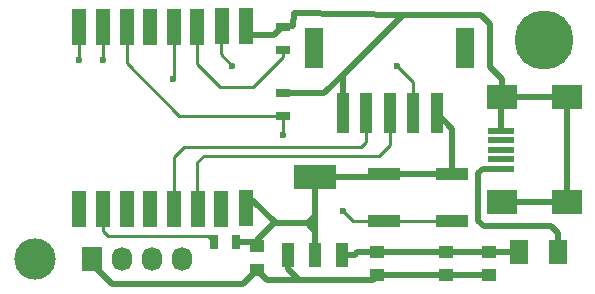
<source format=gbr>
G04 #@! TF.FileFunction,Copper,L1,Top,Signal*
%FSLAX46Y46*%
G04 Gerber Fmt 4.6, Leading zero omitted, Abs format (unit mm)*
G04 Created by KiCad (PCBNEW 4.0.4-stable) date 10/04/16 21:15:39*
%MOMM*%
%LPD*%
G01*
G04 APERTURE LIST*
%ADD10C,0.100000*%
%ADD11R,1.250000X3.100000*%
%ADD12R,2.301240X0.500380*%
%ADD13R,2.499360X1.998980*%
%ADD14R,1.250000X1.000000*%
%ADD15R,1.524000X2.032000*%
%ADD16R,1.000000X3.500000*%
%ADD17R,1.600000X3.400000*%
%ADD18R,0.700000X1.300000*%
%ADD19R,1.300000X0.700000*%
%ADD20R,2.750000X1.000000*%
%ADD21R,3.657600X2.032000*%
%ADD22R,1.016000X2.032000*%
%ADD23R,1.727200X2.032000*%
%ADD24O,1.727200X2.032000*%
%ADD25C,5.000000*%
%ADD26C,3.500000*%
%ADD27C,0.600000*%
%ADD28C,0.500000*%
%ADD29C,0.250000*%
G04 APERTURE END LIST*
D10*
D11*
X137312400Y-85503000D03*
X135280400Y-85553800D03*
X133197600Y-85630000D03*
X131216400Y-85604600D03*
X129184400Y-85630000D03*
X127203200Y-85604600D03*
X125196600Y-85630000D03*
X137274300Y-100941100D03*
X135191500Y-101017300D03*
X133210300Y-101017300D03*
X131191000Y-101030000D03*
X129159000Y-101030000D03*
X127254000Y-101030000D03*
X125222000Y-101030000D03*
X123190000Y-101030000D03*
X123190000Y-85630000D03*
D12*
X158856680Y-97612200D03*
X158856680Y-96812100D03*
X158856680Y-96012000D03*
X158856680Y-95211900D03*
X158856680Y-94411800D03*
D13*
X158955740Y-100462080D03*
X164454840Y-100462080D03*
X158955740Y-91561920D03*
X164454840Y-91561920D03*
D14*
X157861000Y-104664000D03*
X157861000Y-106664000D03*
X154279600Y-104664000D03*
X154279600Y-106664000D03*
X148437600Y-106664000D03*
X148437600Y-104664000D03*
X138277600Y-106206800D03*
X138277600Y-104206800D03*
D15*
X160401000Y-104648000D03*
X163703000Y-104648000D03*
D16*
X153479000Y-92945000D03*
X151479000Y-92945000D03*
X149479000Y-92945000D03*
X147479000Y-92945000D03*
X145479000Y-92945000D03*
D17*
X155879000Y-87395000D03*
X143079000Y-87395000D03*
D18*
X136484400Y-103835200D03*
X134584400Y-103835200D03*
D19*
X140462000Y-87564000D03*
X140462000Y-85664000D03*
X140462000Y-91252000D03*
X140462000Y-93152000D03*
D20*
X149017000Y-102076000D03*
X154767000Y-102076000D03*
X154767000Y-98076000D03*
X149017000Y-98076000D03*
D21*
X143129000Y-98298000D03*
D22*
X143129000Y-104902000D03*
X145415000Y-104902000D03*
X140843000Y-104902000D03*
D23*
X124256800Y-105257600D03*
D24*
X126796800Y-105257600D03*
X129336800Y-105257600D03*
X131876800Y-105257600D03*
D25*
X162560000Y-86766400D03*
D26*
X119430800Y-105257600D03*
D27*
X150114000Y-88900000D03*
X136144000Y-88900000D03*
X125222000Y-88442800D03*
X123190000Y-88392000D03*
X140462000Y-94742000D03*
X145542000Y-101219000D03*
X131165600Y-90068400D03*
D28*
X140843000Y-104902000D02*
X140843000Y-106095800D01*
X140843000Y-106095800D02*
X141782800Y-107035600D01*
X138277600Y-106206800D02*
X138277600Y-106222800D01*
X138277600Y-106222800D02*
X139090400Y-107035600D01*
X139090400Y-107035600D02*
X141782800Y-107035600D01*
X141782800Y-107035600D02*
X148066000Y-107035600D01*
X148066000Y-107035600D02*
X148437600Y-106664000D01*
X154279600Y-106664000D02*
X148437600Y-106664000D01*
X124256800Y-105257600D02*
X124256800Y-105714800D01*
X124256800Y-105714800D02*
X125933200Y-107391200D01*
X125933200Y-107391200D02*
X137093200Y-107391200D01*
X137093200Y-107391200D02*
X138277600Y-106206800D01*
X145479000Y-92945000D02*
X145479000Y-89725000D01*
X145479000Y-89725000D02*
X145542000Y-89662000D01*
X158955740Y-91561920D02*
X158955740Y-89994740D01*
X157224284Y-84580284D02*
X150496763Y-84580284D01*
X157988000Y-85344000D02*
X157224284Y-84580284D01*
X157988000Y-89027000D02*
X157988000Y-85344000D01*
X158955740Y-89994740D02*
X157988000Y-89027000D01*
X158856680Y-94411800D02*
X158856680Y-91660980D01*
X158856680Y-91660980D02*
X158955740Y-91561920D01*
X164454840Y-91561920D02*
X158955740Y-91561920D01*
X164454840Y-100462080D02*
X164454840Y-91561920D01*
X158955740Y-100462080D02*
X164454840Y-100462080D01*
X154686000Y-106664000D02*
X157861000Y-106664000D01*
X145272000Y-93152000D02*
X145479000Y-92945000D01*
X137190000Y-86330000D02*
X139664000Y-86330000D01*
X140462000Y-85532000D02*
X141290000Y-85532000D01*
X141351000Y-84455000D02*
X150496763Y-84580284D01*
X141290000Y-85532000D02*
X141351000Y-84455000D01*
X139664000Y-86330000D02*
X140462000Y-85532000D01*
X150496763Y-84580284D02*
X150622000Y-84582000D01*
X145860000Y-89344000D02*
X150622000Y-84582000D01*
X143952000Y-91252000D02*
X145542000Y-89662000D01*
X140462000Y-91252000D02*
X143952000Y-91252000D01*
X145542000Y-89662000D02*
X145860000Y-89344000D01*
X145415000Y-104902000D02*
X146507200Y-104902000D01*
X146745200Y-104664000D02*
X148437600Y-104664000D01*
X146507200Y-104902000D02*
X146745200Y-104664000D01*
X154279600Y-104664000D02*
X148437600Y-104664000D01*
X160782000Y-104648000D02*
X157877000Y-104648000D01*
X157877000Y-104648000D02*
X157861000Y-104664000D01*
X154686000Y-104664000D02*
X155321000Y-104664000D01*
X155321000Y-104664000D02*
X156099000Y-104664000D01*
X156099000Y-104664000D02*
X157861000Y-104664000D01*
X137274300Y-100241100D02*
X137833100Y-100241100D01*
X137833100Y-100241100D02*
X139827000Y-102235000D01*
X136484400Y-103835200D02*
X137906000Y-103835200D01*
X137906000Y-103835200D02*
X138277600Y-104206800D01*
X138277600Y-104206800D02*
X138277600Y-103632000D01*
X139674600Y-102235000D02*
X139827000Y-102235000D01*
X139827000Y-102235000D02*
X142621000Y-102235000D01*
X138277600Y-103632000D02*
X139674600Y-102235000D01*
X137906000Y-103835200D02*
X138277600Y-104206800D01*
X142621000Y-102235000D02*
X142621000Y-102362000D01*
X142621000Y-102362000D02*
X143129000Y-102870000D01*
X142621000Y-102235000D02*
X142621000Y-102108000D01*
X142621000Y-102108000D02*
X143129000Y-101600000D01*
X142621000Y-102235000D02*
X143129000Y-102235000D01*
X143129000Y-98298000D02*
X143129000Y-101600000D01*
X143129000Y-101600000D02*
X143129000Y-102235000D01*
X143129000Y-102235000D02*
X143129000Y-102870000D01*
X143129000Y-102870000D02*
X143129000Y-104902000D01*
X149017000Y-98076000D02*
X154767000Y-98076000D01*
X143129000Y-98298000D02*
X148795000Y-98298000D01*
X148795000Y-98298000D02*
X149017000Y-98076000D01*
X154767000Y-98076000D02*
X154767000Y-94233000D01*
X154767000Y-94233000D02*
X153479000Y-92945000D01*
X163703000Y-104648000D02*
X163703000Y-103047800D01*
X157353000Y-97612200D02*
X158856680Y-97612200D01*
X156972000Y-97993200D02*
X157353000Y-97612200D01*
X156972000Y-102057200D02*
X156972000Y-97993200D01*
X157429200Y-102514400D02*
X156972000Y-102057200D01*
X163169600Y-102514400D02*
X157429200Y-102514400D01*
X163703000Y-103047800D02*
X163169600Y-102514400D01*
X158856680Y-97612200D02*
X158038800Y-97612200D01*
X158856680Y-97612200D02*
X158673800Y-97612200D01*
D29*
X135190000Y-86330000D02*
X135190000Y-87946000D01*
X151479000Y-90265000D02*
X151479000Y-92945000D01*
X150114000Y-88900000D02*
X151479000Y-90265000D01*
X135190000Y-87946000D02*
X136144000Y-88900000D01*
X133190000Y-100330000D02*
X133190000Y-97061000D01*
X149479000Y-95631000D02*
X149479000Y-92945000D01*
X148590000Y-96520000D02*
X149479000Y-95631000D01*
X133731000Y-96520000D02*
X148590000Y-96520000D01*
X133190000Y-97061000D02*
X133731000Y-96520000D01*
X147479000Y-92945000D02*
X147479000Y-95345000D01*
X131190000Y-96648000D02*
X131190000Y-100330000D01*
X132080000Y-95758000D02*
X131190000Y-96648000D01*
X147066000Y-95758000D02*
X132080000Y-95758000D01*
X147479000Y-95345000D02*
X147066000Y-95758000D01*
X125222000Y-100330000D02*
X125222000Y-102920800D01*
X134076400Y-103327200D02*
X134584400Y-103835200D01*
X125628400Y-103327200D02*
X134076400Y-103327200D01*
X125222000Y-102920800D02*
X125628400Y-103327200D01*
X140462000Y-87564000D02*
X140462000Y-88138000D01*
X133190000Y-88740000D02*
X133190000Y-86330000D01*
X135128000Y-90678000D02*
X133190000Y-88740000D01*
X137922000Y-90678000D02*
X135128000Y-90678000D01*
X140462000Y-88138000D02*
X137922000Y-90678000D01*
X125190000Y-86330000D02*
X125190000Y-88410800D01*
X125190000Y-88410800D02*
X125222000Y-88442800D01*
X123190000Y-88392000D02*
X123190000Y-86330000D01*
X127190000Y-86330000D02*
X127190000Y-88709000D01*
X131633000Y-93152000D02*
X140462000Y-93152000D01*
X127190000Y-88709000D02*
X131633000Y-93152000D01*
X149017000Y-102076000D02*
X146399000Y-102076000D01*
X140462000Y-94742000D02*
X140462000Y-93152000D01*
X146399000Y-102076000D02*
X145542000Y-101219000D01*
X154767000Y-102076000D02*
X149017000Y-102076000D01*
X131165600Y-90068400D02*
X131190000Y-90044000D01*
X131190000Y-90044000D02*
X131190000Y-86330000D01*
M02*

</source>
